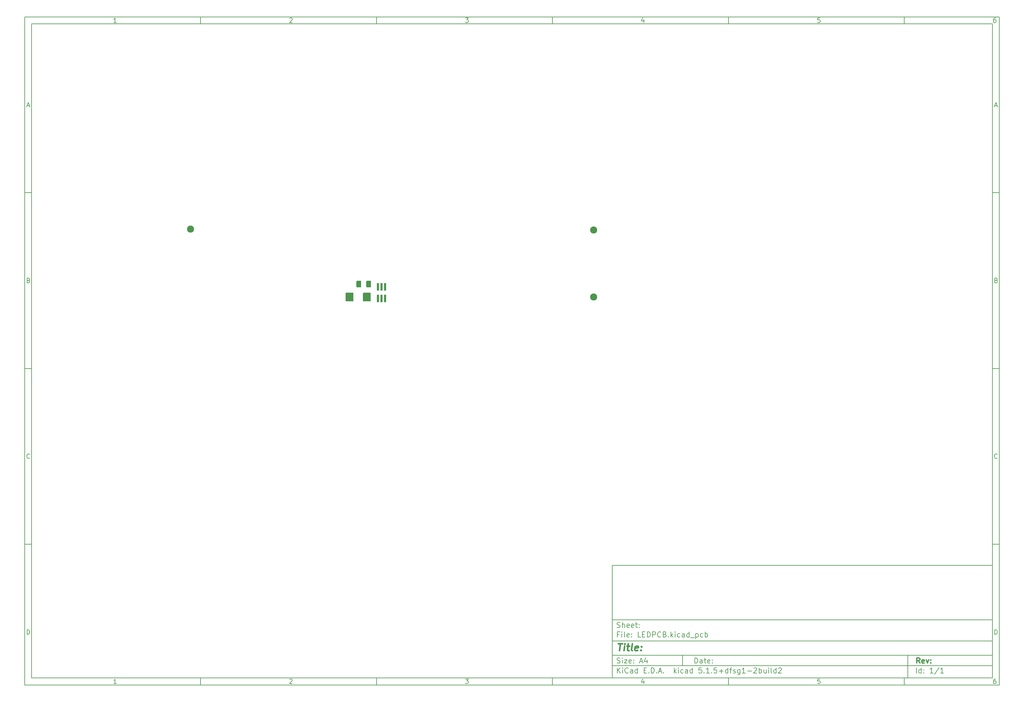
<source format=gbr>
G04 #@! TF.GenerationSoftware,KiCad,Pcbnew,5.1.5+dfsg1-2build2*
G04 #@! TF.CreationDate,2020-12-16T22:25:05+01:00*
G04 #@! TF.ProjectId,LEDPCB,4c454450-4342-42e6-9b69-6361645f7063,rev?*
G04 #@! TF.SameCoordinates,Original*
G04 #@! TF.FileFunction,Soldermask,Bot*
G04 #@! TF.FilePolarity,Negative*
%FSLAX46Y46*%
G04 Gerber Fmt 4.6, Leading zero omitted, Abs format (unit mm)*
G04 Created by KiCad (PCBNEW 5.1.5+dfsg1-2build2) date 2020-12-16 22:25:05*
%MOMM*%
%LPD*%
G04 APERTURE LIST*
%ADD10C,0.100000*%
%ADD11C,0.150000*%
%ADD12C,0.300000*%
%ADD13C,0.400000*%
G04 APERTURE END LIST*
D10*
D11*
X177002200Y-166007200D02*
X177002200Y-198007200D01*
X285002200Y-198007200D01*
X285002200Y-166007200D01*
X177002200Y-166007200D01*
D10*
D11*
X10000000Y-10000000D02*
X10000000Y-200007200D01*
X287002200Y-200007200D01*
X287002200Y-10000000D01*
X10000000Y-10000000D01*
D10*
D11*
X12000000Y-12000000D02*
X12000000Y-198007200D01*
X285002200Y-198007200D01*
X285002200Y-12000000D01*
X12000000Y-12000000D01*
D10*
D11*
X60000000Y-12000000D02*
X60000000Y-10000000D01*
D10*
D11*
X110000000Y-12000000D02*
X110000000Y-10000000D01*
D10*
D11*
X160000000Y-12000000D02*
X160000000Y-10000000D01*
D10*
D11*
X210000000Y-12000000D02*
X210000000Y-10000000D01*
D10*
D11*
X260000000Y-12000000D02*
X260000000Y-10000000D01*
D10*
D11*
X36065476Y-11588095D02*
X35322619Y-11588095D01*
X35694047Y-11588095D02*
X35694047Y-10288095D01*
X35570238Y-10473809D01*
X35446428Y-10597619D01*
X35322619Y-10659523D01*
D10*
D11*
X85322619Y-10411904D02*
X85384523Y-10350000D01*
X85508333Y-10288095D01*
X85817857Y-10288095D01*
X85941666Y-10350000D01*
X86003571Y-10411904D01*
X86065476Y-10535714D01*
X86065476Y-10659523D01*
X86003571Y-10845238D01*
X85260714Y-11588095D01*
X86065476Y-11588095D01*
D10*
D11*
X135260714Y-10288095D02*
X136065476Y-10288095D01*
X135632142Y-10783333D01*
X135817857Y-10783333D01*
X135941666Y-10845238D01*
X136003571Y-10907142D01*
X136065476Y-11030952D01*
X136065476Y-11340476D01*
X136003571Y-11464285D01*
X135941666Y-11526190D01*
X135817857Y-11588095D01*
X135446428Y-11588095D01*
X135322619Y-11526190D01*
X135260714Y-11464285D01*
D10*
D11*
X185941666Y-10721428D02*
X185941666Y-11588095D01*
X185632142Y-10226190D02*
X185322619Y-11154761D01*
X186127380Y-11154761D01*
D10*
D11*
X236003571Y-10288095D02*
X235384523Y-10288095D01*
X235322619Y-10907142D01*
X235384523Y-10845238D01*
X235508333Y-10783333D01*
X235817857Y-10783333D01*
X235941666Y-10845238D01*
X236003571Y-10907142D01*
X236065476Y-11030952D01*
X236065476Y-11340476D01*
X236003571Y-11464285D01*
X235941666Y-11526190D01*
X235817857Y-11588095D01*
X235508333Y-11588095D01*
X235384523Y-11526190D01*
X235322619Y-11464285D01*
D10*
D11*
X285941666Y-10288095D02*
X285694047Y-10288095D01*
X285570238Y-10350000D01*
X285508333Y-10411904D01*
X285384523Y-10597619D01*
X285322619Y-10845238D01*
X285322619Y-11340476D01*
X285384523Y-11464285D01*
X285446428Y-11526190D01*
X285570238Y-11588095D01*
X285817857Y-11588095D01*
X285941666Y-11526190D01*
X286003571Y-11464285D01*
X286065476Y-11340476D01*
X286065476Y-11030952D01*
X286003571Y-10907142D01*
X285941666Y-10845238D01*
X285817857Y-10783333D01*
X285570238Y-10783333D01*
X285446428Y-10845238D01*
X285384523Y-10907142D01*
X285322619Y-11030952D01*
D10*
D11*
X60000000Y-198007200D02*
X60000000Y-200007200D01*
D10*
D11*
X110000000Y-198007200D02*
X110000000Y-200007200D01*
D10*
D11*
X160000000Y-198007200D02*
X160000000Y-200007200D01*
D10*
D11*
X210000000Y-198007200D02*
X210000000Y-200007200D01*
D10*
D11*
X260000000Y-198007200D02*
X260000000Y-200007200D01*
D10*
D11*
X36065476Y-199595295D02*
X35322619Y-199595295D01*
X35694047Y-199595295D02*
X35694047Y-198295295D01*
X35570238Y-198481009D01*
X35446428Y-198604819D01*
X35322619Y-198666723D01*
D10*
D11*
X85322619Y-198419104D02*
X85384523Y-198357200D01*
X85508333Y-198295295D01*
X85817857Y-198295295D01*
X85941666Y-198357200D01*
X86003571Y-198419104D01*
X86065476Y-198542914D01*
X86065476Y-198666723D01*
X86003571Y-198852438D01*
X85260714Y-199595295D01*
X86065476Y-199595295D01*
D10*
D11*
X135260714Y-198295295D02*
X136065476Y-198295295D01*
X135632142Y-198790533D01*
X135817857Y-198790533D01*
X135941666Y-198852438D01*
X136003571Y-198914342D01*
X136065476Y-199038152D01*
X136065476Y-199347676D01*
X136003571Y-199471485D01*
X135941666Y-199533390D01*
X135817857Y-199595295D01*
X135446428Y-199595295D01*
X135322619Y-199533390D01*
X135260714Y-199471485D01*
D10*
D11*
X185941666Y-198728628D02*
X185941666Y-199595295D01*
X185632142Y-198233390D02*
X185322619Y-199161961D01*
X186127380Y-199161961D01*
D10*
D11*
X236003571Y-198295295D02*
X235384523Y-198295295D01*
X235322619Y-198914342D01*
X235384523Y-198852438D01*
X235508333Y-198790533D01*
X235817857Y-198790533D01*
X235941666Y-198852438D01*
X236003571Y-198914342D01*
X236065476Y-199038152D01*
X236065476Y-199347676D01*
X236003571Y-199471485D01*
X235941666Y-199533390D01*
X235817857Y-199595295D01*
X235508333Y-199595295D01*
X235384523Y-199533390D01*
X235322619Y-199471485D01*
D10*
D11*
X285941666Y-198295295D02*
X285694047Y-198295295D01*
X285570238Y-198357200D01*
X285508333Y-198419104D01*
X285384523Y-198604819D01*
X285322619Y-198852438D01*
X285322619Y-199347676D01*
X285384523Y-199471485D01*
X285446428Y-199533390D01*
X285570238Y-199595295D01*
X285817857Y-199595295D01*
X285941666Y-199533390D01*
X286003571Y-199471485D01*
X286065476Y-199347676D01*
X286065476Y-199038152D01*
X286003571Y-198914342D01*
X285941666Y-198852438D01*
X285817857Y-198790533D01*
X285570238Y-198790533D01*
X285446428Y-198852438D01*
X285384523Y-198914342D01*
X285322619Y-199038152D01*
D10*
D11*
X10000000Y-60000000D02*
X12000000Y-60000000D01*
D10*
D11*
X10000000Y-110000000D02*
X12000000Y-110000000D01*
D10*
D11*
X10000000Y-160000000D02*
X12000000Y-160000000D01*
D10*
D11*
X10690476Y-35216666D02*
X11309523Y-35216666D01*
X10566666Y-35588095D02*
X11000000Y-34288095D01*
X11433333Y-35588095D01*
D10*
D11*
X11092857Y-84907142D02*
X11278571Y-84969047D01*
X11340476Y-85030952D01*
X11402380Y-85154761D01*
X11402380Y-85340476D01*
X11340476Y-85464285D01*
X11278571Y-85526190D01*
X11154761Y-85588095D01*
X10659523Y-85588095D01*
X10659523Y-84288095D01*
X11092857Y-84288095D01*
X11216666Y-84350000D01*
X11278571Y-84411904D01*
X11340476Y-84535714D01*
X11340476Y-84659523D01*
X11278571Y-84783333D01*
X11216666Y-84845238D01*
X11092857Y-84907142D01*
X10659523Y-84907142D01*
D10*
D11*
X11402380Y-135464285D02*
X11340476Y-135526190D01*
X11154761Y-135588095D01*
X11030952Y-135588095D01*
X10845238Y-135526190D01*
X10721428Y-135402380D01*
X10659523Y-135278571D01*
X10597619Y-135030952D01*
X10597619Y-134845238D01*
X10659523Y-134597619D01*
X10721428Y-134473809D01*
X10845238Y-134350000D01*
X11030952Y-134288095D01*
X11154761Y-134288095D01*
X11340476Y-134350000D01*
X11402380Y-134411904D01*
D10*
D11*
X10659523Y-185588095D02*
X10659523Y-184288095D01*
X10969047Y-184288095D01*
X11154761Y-184350000D01*
X11278571Y-184473809D01*
X11340476Y-184597619D01*
X11402380Y-184845238D01*
X11402380Y-185030952D01*
X11340476Y-185278571D01*
X11278571Y-185402380D01*
X11154761Y-185526190D01*
X10969047Y-185588095D01*
X10659523Y-185588095D01*
D10*
D11*
X287002200Y-60000000D02*
X285002200Y-60000000D01*
D10*
D11*
X287002200Y-110000000D02*
X285002200Y-110000000D01*
D10*
D11*
X287002200Y-160000000D02*
X285002200Y-160000000D01*
D10*
D11*
X285692676Y-35216666D02*
X286311723Y-35216666D01*
X285568866Y-35588095D02*
X286002200Y-34288095D01*
X286435533Y-35588095D01*
D10*
D11*
X286095057Y-84907142D02*
X286280771Y-84969047D01*
X286342676Y-85030952D01*
X286404580Y-85154761D01*
X286404580Y-85340476D01*
X286342676Y-85464285D01*
X286280771Y-85526190D01*
X286156961Y-85588095D01*
X285661723Y-85588095D01*
X285661723Y-84288095D01*
X286095057Y-84288095D01*
X286218866Y-84350000D01*
X286280771Y-84411904D01*
X286342676Y-84535714D01*
X286342676Y-84659523D01*
X286280771Y-84783333D01*
X286218866Y-84845238D01*
X286095057Y-84907142D01*
X285661723Y-84907142D01*
D10*
D11*
X286404580Y-135464285D02*
X286342676Y-135526190D01*
X286156961Y-135588095D01*
X286033152Y-135588095D01*
X285847438Y-135526190D01*
X285723628Y-135402380D01*
X285661723Y-135278571D01*
X285599819Y-135030952D01*
X285599819Y-134845238D01*
X285661723Y-134597619D01*
X285723628Y-134473809D01*
X285847438Y-134350000D01*
X286033152Y-134288095D01*
X286156961Y-134288095D01*
X286342676Y-134350000D01*
X286404580Y-134411904D01*
D10*
D11*
X285661723Y-185588095D02*
X285661723Y-184288095D01*
X285971247Y-184288095D01*
X286156961Y-184350000D01*
X286280771Y-184473809D01*
X286342676Y-184597619D01*
X286404580Y-184845238D01*
X286404580Y-185030952D01*
X286342676Y-185278571D01*
X286280771Y-185402380D01*
X286156961Y-185526190D01*
X285971247Y-185588095D01*
X285661723Y-185588095D01*
D10*
D11*
X200434342Y-193785771D02*
X200434342Y-192285771D01*
X200791485Y-192285771D01*
X201005771Y-192357200D01*
X201148628Y-192500057D01*
X201220057Y-192642914D01*
X201291485Y-192928628D01*
X201291485Y-193142914D01*
X201220057Y-193428628D01*
X201148628Y-193571485D01*
X201005771Y-193714342D01*
X200791485Y-193785771D01*
X200434342Y-193785771D01*
X202577200Y-193785771D02*
X202577200Y-193000057D01*
X202505771Y-192857200D01*
X202362914Y-192785771D01*
X202077200Y-192785771D01*
X201934342Y-192857200D01*
X202577200Y-193714342D02*
X202434342Y-193785771D01*
X202077200Y-193785771D01*
X201934342Y-193714342D01*
X201862914Y-193571485D01*
X201862914Y-193428628D01*
X201934342Y-193285771D01*
X202077200Y-193214342D01*
X202434342Y-193214342D01*
X202577200Y-193142914D01*
X203077200Y-192785771D02*
X203648628Y-192785771D01*
X203291485Y-192285771D02*
X203291485Y-193571485D01*
X203362914Y-193714342D01*
X203505771Y-193785771D01*
X203648628Y-193785771D01*
X204720057Y-193714342D02*
X204577200Y-193785771D01*
X204291485Y-193785771D01*
X204148628Y-193714342D01*
X204077200Y-193571485D01*
X204077200Y-193000057D01*
X204148628Y-192857200D01*
X204291485Y-192785771D01*
X204577200Y-192785771D01*
X204720057Y-192857200D01*
X204791485Y-193000057D01*
X204791485Y-193142914D01*
X204077200Y-193285771D01*
X205434342Y-193642914D02*
X205505771Y-193714342D01*
X205434342Y-193785771D01*
X205362914Y-193714342D01*
X205434342Y-193642914D01*
X205434342Y-193785771D01*
X205434342Y-192857200D02*
X205505771Y-192928628D01*
X205434342Y-193000057D01*
X205362914Y-192928628D01*
X205434342Y-192857200D01*
X205434342Y-193000057D01*
D10*
D11*
X177002200Y-194507200D02*
X285002200Y-194507200D01*
D10*
D11*
X178434342Y-196585771D02*
X178434342Y-195085771D01*
X179291485Y-196585771D02*
X178648628Y-195728628D01*
X179291485Y-195085771D02*
X178434342Y-195942914D01*
X179934342Y-196585771D02*
X179934342Y-195585771D01*
X179934342Y-195085771D02*
X179862914Y-195157200D01*
X179934342Y-195228628D01*
X180005771Y-195157200D01*
X179934342Y-195085771D01*
X179934342Y-195228628D01*
X181505771Y-196442914D02*
X181434342Y-196514342D01*
X181220057Y-196585771D01*
X181077200Y-196585771D01*
X180862914Y-196514342D01*
X180720057Y-196371485D01*
X180648628Y-196228628D01*
X180577200Y-195942914D01*
X180577200Y-195728628D01*
X180648628Y-195442914D01*
X180720057Y-195300057D01*
X180862914Y-195157200D01*
X181077200Y-195085771D01*
X181220057Y-195085771D01*
X181434342Y-195157200D01*
X181505771Y-195228628D01*
X182791485Y-196585771D02*
X182791485Y-195800057D01*
X182720057Y-195657200D01*
X182577200Y-195585771D01*
X182291485Y-195585771D01*
X182148628Y-195657200D01*
X182791485Y-196514342D02*
X182648628Y-196585771D01*
X182291485Y-196585771D01*
X182148628Y-196514342D01*
X182077200Y-196371485D01*
X182077200Y-196228628D01*
X182148628Y-196085771D01*
X182291485Y-196014342D01*
X182648628Y-196014342D01*
X182791485Y-195942914D01*
X184148628Y-196585771D02*
X184148628Y-195085771D01*
X184148628Y-196514342D02*
X184005771Y-196585771D01*
X183720057Y-196585771D01*
X183577200Y-196514342D01*
X183505771Y-196442914D01*
X183434342Y-196300057D01*
X183434342Y-195871485D01*
X183505771Y-195728628D01*
X183577200Y-195657200D01*
X183720057Y-195585771D01*
X184005771Y-195585771D01*
X184148628Y-195657200D01*
X186005771Y-195800057D02*
X186505771Y-195800057D01*
X186720057Y-196585771D02*
X186005771Y-196585771D01*
X186005771Y-195085771D01*
X186720057Y-195085771D01*
X187362914Y-196442914D02*
X187434342Y-196514342D01*
X187362914Y-196585771D01*
X187291485Y-196514342D01*
X187362914Y-196442914D01*
X187362914Y-196585771D01*
X188077200Y-196585771D02*
X188077200Y-195085771D01*
X188434342Y-195085771D01*
X188648628Y-195157200D01*
X188791485Y-195300057D01*
X188862914Y-195442914D01*
X188934342Y-195728628D01*
X188934342Y-195942914D01*
X188862914Y-196228628D01*
X188791485Y-196371485D01*
X188648628Y-196514342D01*
X188434342Y-196585771D01*
X188077200Y-196585771D01*
X189577200Y-196442914D02*
X189648628Y-196514342D01*
X189577200Y-196585771D01*
X189505771Y-196514342D01*
X189577200Y-196442914D01*
X189577200Y-196585771D01*
X190220057Y-196157200D02*
X190934342Y-196157200D01*
X190077200Y-196585771D02*
X190577200Y-195085771D01*
X191077200Y-196585771D01*
X191577200Y-196442914D02*
X191648628Y-196514342D01*
X191577200Y-196585771D01*
X191505771Y-196514342D01*
X191577200Y-196442914D01*
X191577200Y-196585771D01*
X194577200Y-196585771D02*
X194577200Y-195085771D01*
X194720057Y-196014342D02*
X195148628Y-196585771D01*
X195148628Y-195585771D02*
X194577200Y-196157200D01*
X195791485Y-196585771D02*
X195791485Y-195585771D01*
X195791485Y-195085771D02*
X195720057Y-195157200D01*
X195791485Y-195228628D01*
X195862914Y-195157200D01*
X195791485Y-195085771D01*
X195791485Y-195228628D01*
X197148628Y-196514342D02*
X197005771Y-196585771D01*
X196720057Y-196585771D01*
X196577200Y-196514342D01*
X196505771Y-196442914D01*
X196434342Y-196300057D01*
X196434342Y-195871485D01*
X196505771Y-195728628D01*
X196577200Y-195657200D01*
X196720057Y-195585771D01*
X197005771Y-195585771D01*
X197148628Y-195657200D01*
X198434342Y-196585771D02*
X198434342Y-195800057D01*
X198362914Y-195657200D01*
X198220057Y-195585771D01*
X197934342Y-195585771D01*
X197791485Y-195657200D01*
X198434342Y-196514342D02*
X198291485Y-196585771D01*
X197934342Y-196585771D01*
X197791485Y-196514342D01*
X197720057Y-196371485D01*
X197720057Y-196228628D01*
X197791485Y-196085771D01*
X197934342Y-196014342D01*
X198291485Y-196014342D01*
X198434342Y-195942914D01*
X199791485Y-196585771D02*
X199791485Y-195085771D01*
X199791485Y-196514342D02*
X199648628Y-196585771D01*
X199362914Y-196585771D01*
X199220057Y-196514342D01*
X199148628Y-196442914D01*
X199077200Y-196300057D01*
X199077200Y-195871485D01*
X199148628Y-195728628D01*
X199220057Y-195657200D01*
X199362914Y-195585771D01*
X199648628Y-195585771D01*
X199791485Y-195657200D01*
X202362914Y-195085771D02*
X201648628Y-195085771D01*
X201577200Y-195800057D01*
X201648628Y-195728628D01*
X201791485Y-195657200D01*
X202148628Y-195657200D01*
X202291485Y-195728628D01*
X202362914Y-195800057D01*
X202434342Y-195942914D01*
X202434342Y-196300057D01*
X202362914Y-196442914D01*
X202291485Y-196514342D01*
X202148628Y-196585771D01*
X201791485Y-196585771D01*
X201648628Y-196514342D01*
X201577200Y-196442914D01*
X203077200Y-196442914D02*
X203148628Y-196514342D01*
X203077200Y-196585771D01*
X203005771Y-196514342D01*
X203077200Y-196442914D01*
X203077200Y-196585771D01*
X204577200Y-196585771D02*
X203720057Y-196585771D01*
X204148628Y-196585771D02*
X204148628Y-195085771D01*
X204005771Y-195300057D01*
X203862914Y-195442914D01*
X203720057Y-195514342D01*
X205220057Y-196442914D02*
X205291485Y-196514342D01*
X205220057Y-196585771D01*
X205148628Y-196514342D01*
X205220057Y-196442914D01*
X205220057Y-196585771D01*
X206648628Y-195085771D02*
X205934342Y-195085771D01*
X205862914Y-195800057D01*
X205934342Y-195728628D01*
X206077200Y-195657200D01*
X206434342Y-195657200D01*
X206577200Y-195728628D01*
X206648628Y-195800057D01*
X206720057Y-195942914D01*
X206720057Y-196300057D01*
X206648628Y-196442914D01*
X206577200Y-196514342D01*
X206434342Y-196585771D01*
X206077200Y-196585771D01*
X205934342Y-196514342D01*
X205862914Y-196442914D01*
X207362914Y-196014342D02*
X208505771Y-196014342D01*
X207934342Y-196585771D02*
X207934342Y-195442914D01*
X209862914Y-196585771D02*
X209862914Y-195085771D01*
X209862914Y-196514342D02*
X209720057Y-196585771D01*
X209434342Y-196585771D01*
X209291485Y-196514342D01*
X209220057Y-196442914D01*
X209148628Y-196300057D01*
X209148628Y-195871485D01*
X209220057Y-195728628D01*
X209291485Y-195657200D01*
X209434342Y-195585771D01*
X209720057Y-195585771D01*
X209862914Y-195657200D01*
X210362914Y-195585771D02*
X210934342Y-195585771D01*
X210577200Y-196585771D02*
X210577200Y-195300057D01*
X210648628Y-195157200D01*
X210791485Y-195085771D01*
X210934342Y-195085771D01*
X211362914Y-196514342D02*
X211505771Y-196585771D01*
X211791485Y-196585771D01*
X211934342Y-196514342D01*
X212005771Y-196371485D01*
X212005771Y-196300057D01*
X211934342Y-196157200D01*
X211791485Y-196085771D01*
X211577200Y-196085771D01*
X211434342Y-196014342D01*
X211362914Y-195871485D01*
X211362914Y-195800057D01*
X211434342Y-195657200D01*
X211577200Y-195585771D01*
X211791485Y-195585771D01*
X211934342Y-195657200D01*
X213291485Y-195585771D02*
X213291485Y-196800057D01*
X213220057Y-196942914D01*
X213148628Y-197014342D01*
X213005771Y-197085771D01*
X212791485Y-197085771D01*
X212648628Y-197014342D01*
X213291485Y-196514342D02*
X213148628Y-196585771D01*
X212862914Y-196585771D01*
X212720057Y-196514342D01*
X212648628Y-196442914D01*
X212577200Y-196300057D01*
X212577200Y-195871485D01*
X212648628Y-195728628D01*
X212720057Y-195657200D01*
X212862914Y-195585771D01*
X213148628Y-195585771D01*
X213291485Y-195657200D01*
X214791485Y-196585771D02*
X213934342Y-196585771D01*
X214362914Y-196585771D02*
X214362914Y-195085771D01*
X214220057Y-195300057D01*
X214077200Y-195442914D01*
X213934342Y-195514342D01*
X215434342Y-196014342D02*
X216577200Y-196014342D01*
X217220057Y-195228628D02*
X217291485Y-195157200D01*
X217434342Y-195085771D01*
X217791485Y-195085771D01*
X217934342Y-195157200D01*
X218005771Y-195228628D01*
X218077200Y-195371485D01*
X218077200Y-195514342D01*
X218005771Y-195728628D01*
X217148628Y-196585771D01*
X218077200Y-196585771D01*
X218720057Y-196585771D02*
X218720057Y-195085771D01*
X218720057Y-195657200D02*
X218862914Y-195585771D01*
X219148628Y-195585771D01*
X219291485Y-195657200D01*
X219362914Y-195728628D01*
X219434342Y-195871485D01*
X219434342Y-196300057D01*
X219362914Y-196442914D01*
X219291485Y-196514342D01*
X219148628Y-196585771D01*
X218862914Y-196585771D01*
X218720057Y-196514342D01*
X220720057Y-195585771D02*
X220720057Y-196585771D01*
X220077200Y-195585771D02*
X220077200Y-196371485D01*
X220148628Y-196514342D01*
X220291485Y-196585771D01*
X220505771Y-196585771D01*
X220648628Y-196514342D01*
X220720057Y-196442914D01*
X221434342Y-196585771D02*
X221434342Y-195585771D01*
X221434342Y-195085771D02*
X221362914Y-195157200D01*
X221434342Y-195228628D01*
X221505771Y-195157200D01*
X221434342Y-195085771D01*
X221434342Y-195228628D01*
X222362914Y-196585771D02*
X222220057Y-196514342D01*
X222148628Y-196371485D01*
X222148628Y-195085771D01*
X223577200Y-196585771D02*
X223577200Y-195085771D01*
X223577200Y-196514342D02*
X223434342Y-196585771D01*
X223148628Y-196585771D01*
X223005771Y-196514342D01*
X222934342Y-196442914D01*
X222862914Y-196300057D01*
X222862914Y-195871485D01*
X222934342Y-195728628D01*
X223005771Y-195657200D01*
X223148628Y-195585771D01*
X223434342Y-195585771D01*
X223577200Y-195657200D01*
X224220057Y-195228628D02*
X224291485Y-195157200D01*
X224434342Y-195085771D01*
X224791485Y-195085771D01*
X224934342Y-195157200D01*
X225005771Y-195228628D01*
X225077200Y-195371485D01*
X225077200Y-195514342D01*
X225005771Y-195728628D01*
X224148628Y-196585771D01*
X225077200Y-196585771D01*
D10*
D11*
X177002200Y-191507200D02*
X285002200Y-191507200D01*
D10*
D12*
X264411485Y-193785771D02*
X263911485Y-193071485D01*
X263554342Y-193785771D02*
X263554342Y-192285771D01*
X264125771Y-192285771D01*
X264268628Y-192357200D01*
X264340057Y-192428628D01*
X264411485Y-192571485D01*
X264411485Y-192785771D01*
X264340057Y-192928628D01*
X264268628Y-193000057D01*
X264125771Y-193071485D01*
X263554342Y-193071485D01*
X265625771Y-193714342D02*
X265482914Y-193785771D01*
X265197200Y-193785771D01*
X265054342Y-193714342D01*
X264982914Y-193571485D01*
X264982914Y-193000057D01*
X265054342Y-192857200D01*
X265197200Y-192785771D01*
X265482914Y-192785771D01*
X265625771Y-192857200D01*
X265697200Y-193000057D01*
X265697200Y-193142914D01*
X264982914Y-193285771D01*
X266197200Y-192785771D02*
X266554342Y-193785771D01*
X266911485Y-192785771D01*
X267482914Y-193642914D02*
X267554342Y-193714342D01*
X267482914Y-193785771D01*
X267411485Y-193714342D01*
X267482914Y-193642914D01*
X267482914Y-193785771D01*
X267482914Y-192857200D02*
X267554342Y-192928628D01*
X267482914Y-193000057D01*
X267411485Y-192928628D01*
X267482914Y-192857200D01*
X267482914Y-193000057D01*
D10*
D11*
X178362914Y-193714342D02*
X178577200Y-193785771D01*
X178934342Y-193785771D01*
X179077200Y-193714342D01*
X179148628Y-193642914D01*
X179220057Y-193500057D01*
X179220057Y-193357200D01*
X179148628Y-193214342D01*
X179077200Y-193142914D01*
X178934342Y-193071485D01*
X178648628Y-193000057D01*
X178505771Y-192928628D01*
X178434342Y-192857200D01*
X178362914Y-192714342D01*
X178362914Y-192571485D01*
X178434342Y-192428628D01*
X178505771Y-192357200D01*
X178648628Y-192285771D01*
X179005771Y-192285771D01*
X179220057Y-192357200D01*
X179862914Y-193785771D02*
X179862914Y-192785771D01*
X179862914Y-192285771D02*
X179791485Y-192357200D01*
X179862914Y-192428628D01*
X179934342Y-192357200D01*
X179862914Y-192285771D01*
X179862914Y-192428628D01*
X180434342Y-192785771D02*
X181220057Y-192785771D01*
X180434342Y-193785771D01*
X181220057Y-193785771D01*
X182362914Y-193714342D02*
X182220057Y-193785771D01*
X181934342Y-193785771D01*
X181791485Y-193714342D01*
X181720057Y-193571485D01*
X181720057Y-193000057D01*
X181791485Y-192857200D01*
X181934342Y-192785771D01*
X182220057Y-192785771D01*
X182362914Y-192857200D01*
X182434342Y-193000057D01*
X182434342Y-193142914D01*
X181720057Y-193285771D01*
X183077200Y-193642914D02*
X183148628Y-193714342D01*
X183077200Y-193785771D01*
X183005771Y-193714342D01*
X183077200Y-193642914D01*
X183077200Y-193785771D01*
X183077200Y-192857200D02*
X183148628Y-192928628D01*
X183077200Y-193000057D01*
X183005771Y-192928628D01*
X183077200Y-192857200D01*
X183077200Y-193000057D01*
X184862914Y-193357200D02*
X185577200Y-193357200D01*
X184720057Y-193785771D02*
X185220057Y-192285771D01*
X185720057Y-193785771D01*
X186862914Y-192785771D02*
X186862914Y-193785771D01*
X186505771Y-192214342D02*
X186148628Y-193285771D01*
X187077200Y-193285771D01*
D10*
D11*
X263434342Y-196585771D02*
X263434342Y-195085771D01*
X264791485Y-196585771D02*
X264791485Y-195085771D01*
X264791485Y-196514342D02*
X264648628Y-196585771D01*
X264362914Y-196585771D01*
X264220057Y-196514342D01*
X264148628Y-196442914D01*
X264077200Y-196300057D01*
X264077200Y-195871485D01*
X264148628Y-195728628D01*
X264220057Y-195657200D01*
X264362914Y-195585771D01*
X264648628Y-195585771D01*
X264791485Y-195657200D01*
X265505771Y-196442914D02*
X265577200Y-196514342D01*
X265505771Y-196585771D01*
X265434342Y-196514342D01*
X265505771Y-196442914D01*
X265505771Y-196585771D01*
X265505771Y-195657200D02*
X265577200Y-195728628D01*
X265505771Y-195800057D01*
X265434342Y-195728628D01*
X265505771Y-195657200D01*
X265505771Y-195800057D01*
X268148628Y-196585771D02*
X267291485Y-196585771D01*
X267720057Y-196585771D02*
X267720057Y-195085771D01*
X267577200Y-195300057D01*
X267434342Y-195442914D01*
X267291485Y-195514342D01*
X269862914Y-195014342D02*
X268577200Y-196942914D01*
X271148628Y-196585771D02*
X270291485Y-196585771D01*
X270720057Y-196585771D02*
X270720057Y-195085771D01*
X270577200Y-195300057D01*
X270434342Y-195442914D01*
X270291485Y-195514342D01*
D10*
D11*
X177002200Y-187507200D02*
X285002200Y-187507200D01*
D10*
D13*
X178714580Y-188211961D02*
X179857438Y-188211961D01*
X179036009Y-190211961D02*
X179286009Y-188211961D01*
X180274104Y-190211961D02*
X180440771Y-188878628D01*
X180524104Y-188211961D02*
X180416961Y-188307200D01*
X180500295Y-188402438D01*
X180607438Y-188307200D01*
X180524104Y-188211961D01*
X180500295Y-188402438D01*
X181107438Y-188878628D02*
X181869342Y-188878628D01*
X181476485Y-188211961D02*
X181262200Y-189926247D01*
X181333628Y-190116723D01*
X181512200Y-190211961D01*
X181702676Y-190211961D01*
X182655057Y-190211961D02*
X182476485Y-190116723D01*
X182405057Y-189926247D01*
X182619342Y-188211961D01*
X184190771Y-190116723D02*
X183988390Y-190211961D01*
X183607438Y-190211961D01*
X183428866Y-190116723D01*
X183357438Y-189926247D01*
X183452676Y-189164342D01*
X183571723Y-188973866D01*
X183774104Y-188878628D01*
X184155057Y-188878628D01*
X184333628Y-188973866D01*
X184405057Y-189164342D01*
X184381247Y-189354819D01*
X183405057Y-189545295D01*
X185155057Y-190021485D02*
X185238390Y-190116723D01*
X185131247Y-190211961D01*
X185047914Y-190116723D01*
X185155057Y-190021485D01*
X185131247Y-190211961D01*
X185286009Y-188973866D02*
X185369342Y-189069104D01*
X185262200Y-189164342D01*
X185178866Y-189069104D01*
X185286009Y-188973866D01*
X185262200Y-189164342D01*
D10*
D11*
X178934342Y-185600057D02*
X178434342Y-185600057D01*
X178434342Y-186385771D02*
X178434342Y-184885771D01*
X179148628Y-184885771D01*
X179720057Y-186385771D02*
X179720057Y-185385771D01*
X179720057Y-184885771D02*
X179648628Y-184957200D01*
X179720057Y-185028628D01*
X179791485Y-184957200D01*
X179720057Y-184885771D01*
X179720057Y-185028628D01*
X180648628Y-186385771D02*
X180505771Y-186314342D01*
X180434342Y-186171485D01*
X180434342Y-184885771D01*
X181791485Y-186314342D02*
X181648628Y-186385771D01*
X181362914Y-186385771D01*
X181220057Y-186314342D01*
X181148628Y-186171485D01*
X181148628Y-185600057D01*
X181220057Y-185457200D01*
X181362914Y-185385771D01*
X181648628Y-185385771D01*
X181791485Y-185457200D01*
X181862914Y-185600057D01*
X181862914Y-185742914D01*
X181148628Y-185885771D01*
X182505771Y-186242914D02*
X182577200Y-186314342D01*
X182505771Y-186385771D01*
X182434342Y-186314342D01*
X182505771Y-186242914D01*
X182505771Y-186385771D01*
X182505771Y-185457200D02*
X182577200Y-185528628D01*
X182505771Y-185600057D01*
X182434342Y-185528628D01*
X182505771Y-185457200D01*
X182505771Y-185600057D01*
X185077200Y-186385771D02*
X184362914Y-186385771D01*
X184362914Y-184885771D01*
X185577200Y-185600057D02*
X186077200Y-185600057D01*
X186291485Y-186385771D02*
X185577200Y-186385771D01*
X185577200Y-184885771D01*
X186291485Y-184885771D01*
X186934342Y-186385771D02*
X186934342Y-184885771D01*
X187291485Y-184885771D01*
X187505771Y-184957200D01*
X187648628Y-185100057D01*
X187720057Y-185242914D01*
X187791485Y-185528628D01*
X187791485Y-185742914D01*
X187720057Y-186028628D01*
X187648628Y-186171485D01*
X187505771Y-186314342D01*
X187291485Y-186385771D01*
X186934342Y-186385771D01*
X188434342Y-186385771D02*
X188434342Y-184885771D01*
X189005771Y-184885771D01*
X189148628Y-184957200D01*
X189220057Y-185028628D01*
X189291485Y-185171485D01*
X189291485Y-185385771D01*
X189220057Y-185528628D01*
X189148628Y-185600057D01*
X189005771Y-185671485D01*
X188434342Y-185671485D01*
X190791485Y-186242914D02*
X190720057Y-186314342D01*
X190505771Y-186385771D01*
X190362914Y-186385771D01*
X190148628Y-186314342D01*
X190005771Y-186171485D01*
X189934342Y-186028628D01*
X189862914Y-185742914D01*
X189862914Y-185528628D01*
X189934342Y-185242914D01*
X190005771Y-185100057D01*
X190148628Y-184957200D01*
X190362914Y-184885771D01*
X190505771Y-184885771D01*
X190720057Y-184957200D01*
X190791485Y-185028628D01*
X191934342Y-185600057D02*
X192148628Y-185671485D01*
X192220057Y-185742914D01*
X192291485Y-185885771D01*
X192291485Y-186100057D01*
X192220057Y-186242914D01*
X192148628Y-186314342D01*
X192005771Y-186385771D01*
X191434342Y-186385771D01*
X191434342Y-184885771D01*
X191934342Y-184885771D01*
X192077200Y-184957200D01*
X192148628Y-185028628D01*
X192220057Y-185171485D01*
X192220057Y-185314342D01*
X192148628Y-185457200D01*
X192077200Y-185528628D01*
X191934342Y-185600057D01*
X191434342Y-185600057D01*
X192934342Y-186242914D02*
X193005771Y-186314342D01*
X192934342Y-186385771D01*
X192862914Y-186314342D01*
X192934342Y-186242914D01*
X192934342Y-186385771D01*
X193648628Y-186385771D02*
X193648628Y-184885771D01*
X193791485Y-185814342D02*
X194220057Y-186385771D01*
X194220057Y-185385771D02*
X193648628Y-185957200D01*
X194862914Y-186385771D02*
X194862914Y-185385771D01*
X194862914Y-184885771D02*
X194791485Y-184957200D01*
X194862914Y-185028628D01*
X194934342Y-184957200D01*
X194862914Y-184885771D01*
X194862914Y-185028628D01*
X196220057Y-186314342D02*
X196077200Y-186385771D01*
X195791485Y-186385771D01*
X195648628Y-186314342D01*
X195577200Y-186242914D01*
X195505771Y-186100057D01*
X195505771Y-185671485D01*
X195577200Y-185528628D01*
X195648628Y-185457200D01*
X195791485Y-185385771D01*
X196077200Y-185385771D01*
X196220057Y-185457200D01*
X197505771Y-186385771D02*
X197505771Y-185600057D01*
X197434342Y-185457200D01*
X197291485Y-185385771D01*
X197005771Y-185385771D01*
X196862914Y-185457200D01*
X197505771Y-186314342D02*
X197362914Y-186385771D01*
X197005771Y-186385771D01*
X196862914Y-186314342D01*
X196791485Y-186171485D01*
X196791485Y-186028628D01*
X196862914Y-185885771D01*
X197005771Y-185814342D01*
X197362914Y-185814342D01*
X197505771Y-185742914D01*
X198862914Y-186385771D02*
X198862914Y-184885771D01*
X198862914Y-186314342D02*
X198720057Y-186385771D01*
X198434342Y-186385771D01*
X198291485Y-186314342D01*
X198220057Y-186242914D01*
X198148628Y-186100057D01*
X198148628Y-185671485D01*
X198220057Y-185528628D01*
X198291485Y-185457200D01*
X198434342Y-185385771D01*
X198720057Y-185385771D01*
X198862914Y-185457200D01*
X199220057Y-186528628D02*
X200362914Y-186528628D01*
X200720057Y-185385771D02*
X200720057Y-186885771D01*
X200720057Y-185457200D02*
X200862914Y-185385771D01*
X201148628Y-185385771D01*
X201291485Y-185457200D01*
X201362914Y-185528628D01*
X201434342Y-185671485D01*
X201434342Y-186100057D01*
X201362914Y-186242914D01*
X201291485Y-186314342D01*
X201148628Y-186385771D01*
X200862914Y-186385771D01*
X200720057Y-186314342D01*
X202720057Y-186314342D02*
X202577200Y-186385771D01*
X202291485Y-186385771D01*
X202148628Y-186314342D01*
X202077200Y-186242914D01*
X202005771Y-186100057D01*
X202005771Y-185671485D01*
X202077200Y-185528628D01*
X202148628Y-185457200D01*
X202291485Y-185385771D01*
X202577200Y-185385771D01*
X202720057Y-185457200D01*
X203362914Y-186385771D02*
X203362914Y-184885771D01*
X203362914Y-185457200D02*
X203505771Y-185385771D01*
X203791485Y-185385771D01*
X203934342Y-185457200D01*
X204005771Y-185528628D01*
X204077200Y-185671485D01*
X204077200Y-186100057D01*
X204005771Y-186242914D01*
X203934342Y-186314342D01*
X203791485Y-186385771D01*
X203505771Y-186385771D01*
X203362914Y-186314342D01*
D10*
D11*
X177002200Y-181507200D02*
X285002200Y-181507200D01*
D10*
D11*
X178362914Y-183614342D02*
X178577200Y-183685771D01*
X178934342Y-183685771D01*
X179077200Y-183614342D01*
X179148628Y-183542914D01*
X179220057Y-183400057D01*
X179220057Y-183257200D01*
X179148628Y-183114342D01*
X179077200Y-183042914D01*
X178934342Y-182971485D01*
X178648628Y-182900057D01*
X178505771Y-182828628D01*
X178434342Y-182757200D01*
X178362914Y-182614342D01*
X178362914Y-182471485D01*
X178434342Y-182328628D01*
X178505771Y-182257200D01*
X178648628Y-182185771D01*
X179005771Y-182185771D01*
X179220057Y-182257200D01*
X179862914Y-183685771D02*
X179862914Y-182185771D01*
X180505771Y-183685771D02*
X180505771Y-182900057D01*
X180434342Y-182757200D01*
X180291485Y-182685771D01*
X180077200Y-182685771D01*
X179934342Y-182757200D01*
X179862914Y-182828628D01*
X181791485Y-183614342D02*
X181648628Y-183685771D01*
X181362914Y-183685771D01*
X181220057Y-183614342D01*
X181148628Y-183471485D01*
X181148628Y-182900057D01*
X181220057Y-182757200D01*
X181362914Y-182685771D01*
X181648628Y-182685771D01*
X181791485Y-182757200D01*
X181862914Y-182900057D01*
X181862914Y-183042914D01*
X181148628Y-183185771D01*
X183077200Y-183614342D02*
X182934342Y-183685771D01*
X182648628Y-183685771D01*
X182505771Y-183614342D01*
X182434342Y-183471485D01*
X182434342Y-182900057D01*
X182505771Y-182757200D01*
X182648628Y-182685771D01*
X182934342Y-182685771D01*
X183077200Y-182757200D01*
X183148628Y-182900057D01*
X183148628Y-183042914D01*
X182434342Y-183185771D01*
X183577200Y-182685771D02*
X184148628Y-182685771D01*
X183791485Y-182185771D02*
X183791485Y-183471485D01*
X183862914Y-183614342D01*
X184005771Y-183685771D01*
X184148628Y-183685771D01*
X184648628Y-183542914D02*
X184720057Y-183614342D01*
X184648628Y-183685771D01*
X184577200Y-183614342D01*
X184648628Y-183542914D01*
X184648628Y-183685771D01*
X184648628Y-182757200D02*
X184720057Y-182828628D01*
X184648628Y-182900057D01*
X184577200Y-182828628D01*
X184648628Y-182757200D01*
X184648628Y-182900057D01*
D10*
D11*
X197002200Y-191507200D02*
X197002200Y-194507200D01*
D10*
D11*
X261002200Y-191507200D02*
X261002200Y-198007200D01*
D10*
G36*
X111727500Y-91092000D02*
G01*
X111125500Y-91092000D01*
X111125500Y-88990000D01*
X111727500Y-88990000D01*
X111727500Y-91092000D01*
G37*
G36*
X110727500Y-91092000D02*
G01*
X110125500Y-91092000D01*
X110125500Y-88990000D01*
X110727500Y-88990000D01*
X110727500Y-91092000D01*
G37*
G36*
X112727500Y-91092000D02*
G01*
X112125500Y-91092000D01*
X112125500Y-88990000D01*
X112727500Y-88990000D01*
X112727500Y-91092000D01*
G37*
G36*
X108191132Y-88439810D02*
G01*
X108222423Y-88449302D01*
X108251263Y-88464717D01*
X108276539Y-88485461D01*
X108297283Y-88510737D01*
X108312698Y-88539577D01*
X108322190Y-88570868D01*
X108326000Y-88609551D01*
X108326000Y-90714449D01*
X108322190Y-90753132D01*
X108312698Y-90784423D01*
X108297283Y-90813263D01*
X108276539Y-90838539D01*
X108251263Y-90859283D01*
X108222423Y-90874698D01*
X108191132Y-90884190D01*
X108152449Y-90888000D01*
X106322551Y-90888000D01*
X106283868Y-90884190D01*
X106252577Y-90874698D01*
X106223737Y-90859283D01*
X106198461Y-90838539D01*
X106177717Y-90813263D01*
X106162302Y-90784423D01*
X106152810Y-90753132D01*
X106149000Y-90714449D01*
X106149000Y-88609551D01*
X106152810Y-88570868D01*
X106162302Y-88539577D01*
X106177717Y-88510737D01*
X106198461Y-88485461D01*
X106223737Y-88464717D01*
X106252577Y-88449302D01*
X106283868Y-88439810D01*
X106322551Y-88436000D01*
X108152449Y-88436000D01*
X108191132Y-88439810D01*
G37*
G36*
X103266132Y-88439810D02*
G01*
X103297423Y-88449302D01*
X103326263Y-88464717D01*
X103351539Y-88485461D01*
X103372283Y-88510737D01*
X103387698Y-88539577D01*
X103397190Y-88570868D01*
X103401000Y-88609551D01*
X103401000Y-90714449D01*
X103397190Y-90753132D01*
X103387698Y-90784423D01*
X103372283Y-90813263D01*
X103351539Y-90838539D01*
X103326263Y-90859283D01*
X103297423Y-90874698D01*
X103266132Y-90884190D01*
X103227449Y-90888000D01*
X101397551Y-90888000D01*
X101358868Y-90884190D01*
X101327577Y-90874698D01*
X101298737Y-90859283D01*
X101273461Y-90838539D01*
X101252717Y-90813263D01*
X101237302Y-90784423D01*
X101227810Y-90753132D01*
X101224000Y-90714449D01*
X101224000Y-88609551D01*
X101227810Y-88570868D01*
X101237302Y-88539577D01*
X101252717Y-88510737D01*
X101273461Y-88485461D01*
X101298737Y-88464717D01*
X101327577Y-88449302D01*
X101358868Y-88439810D01*
X101397551Y-88436000D01*
X103227449Y-88436000D01*
X103266132Y-88439810D01*
G37*
G36*
X171931290Y-88687619D02*
G01*
X171995689Y-88700429D01*
X172177678Y-88775811D01*
X172341463Y-88885249D01*
X172480751Y-89024537D01*
X172590189Y-89188322D01*
X172665571Y-89370311D01*
X172704000Y-89563509D01*
X172704000Y-89760491D01*
X172665571Y-89953689D01*
X172590189Y-90135678D01*
X172480751Y-90299463D01*
X172341463Y-90438751D01*
X172177678Y-90548189D01*
X171995689Y-90623571D01*
X171984930Y-90625711D01*
X171802493Y-90662000D01*
X171605507Y-90662000D01*
X171423070Y-90625711D01*
X171412311Y-90623571D01*
X171230322Y-90548189D01*
X171066537Y-90438751D01*
X170927249Y-90299463D01*
X170817811Y-90135678D01*
X170742429Y-89953689D01*
X170704000Y-89760491D01*
X170704000Y-89563509D01*
X170742429Y-89370311D01*
X170817811Y-89188322D01*
X170927249Y-89024537D01*
X171066537Y-88885249D01*
X171230322Y-88775811D01*
X171412311Y-88700429D01*
X171476710Y-88687619D01*
X171605507Y-88662000D01*
X171802493Y-88662000D01*
X171931290Y-88687619D01*
G37*
G36*
X110727500Y-87792000D02*
G01*
X110125500Y-87792000D01*
X110125500Y-85690000D01*
X110727500Y-85690000D01*
X110727500Y-87792000D01*
G37*
G36*
X111727500Y-87792000D02*
G01*
X111125500Y-87792000D01*
X111125500Y-85690000D01*
X111727500Y-85690000D01*
X111727500Y-87792000D01*
G37*
G36*
X112727500Y-87792000D02*
G01*
X112125500Y-87792000D01*
X112125500Y-85690000D01*
X112727500Y-85690000D01*
X112727500Y-87792000D01*
G37*
G36*
X108281104Y-85057347D02*
G01*
X108317644Y-85068432D01*
X108351321Y-85086433D01*
X108380841Y-85110659D01*
X108405067Y-85140179D01*
X108423068Y-85173856D01*
X108434153Y-85210396D01*
X108438500Y-85254538D01*
X108438500Y-86703462D01*
X108434153Y-86747604D01*
X108423068Y-86784144D01*
X108405067Y-86817821D01*
X108380841Y-86847341D01*
X108351321Y-86871567D01*
X108317644Y-86889568D01*
X108281104Y-86900653D01*
X108236962Y-86905000D01*
X107288038Y-86905000D01*
X107243896Y-86900653D01*
X107207356Y-86889568D01*
X107173679Y-86871567D01*
X107144159Y-86847341D01*
X107119933Y-86817821D01*
X107101932Y-86784144D01*
X107090847Y-86747604D01*
X107086500Y-86703462D01*
X107086500Y-85254538D01*
X107090847Y-85210396D01*
X107101932Y-85173856D01*
X107119933Y-85140179D01*
X107144159Y-85110659D01*
X107173679Y-85086433D01*
X107207356Y-85068432D01*
X107243896Y-85057347D01*
X107288038Y-85053000D01*
X108236962Y-85053000D01*
X108281104Y-85057347D01*
G37*
G36*
X105481104Y-85057347D02*
G01*
X105517644Y-85068432D01*
X105551321Y-85086433D01*
X105580841Y-85110659D01*
X105605067Y-85140179D01*
X105623068Y-85173856D01*
X105634153Y-85210396D01*
X105638500Y-85254538D01*
X105638500Y-86703462D01*
X105634153Y-86747604D01*
X105623068Y-86784144D01*
X105605067Y-86817821D01*
X105580841Y-86847341D01*
X105551321Y-86871567D01*
X105517644Y-86889568D01*
X105481104Y-86900653D01*
X105436962Y-86905000D01*
X104488038Y-86905000D01*
X104443896Y-86900653D01*
X104407356Y-86889568D01*
X104373679Y-86871567D01*
X104344159Y-86847341D01*
X104319933Y-86817821D01*
X104301932Y-86784144D01*
X104290847Y-86747604D01*
X104286500Y-86703462D01*
X104286500Y-85254538D01*
X104290847Y-85210396D01*
X104301932Y-85173856D01*
X104319933Y-85140179D01*
X104344159Y-85110659D01*
X104373679Y-85086433D01*
X104407356Y-85068432D01*
X104443896Y-85057347D01*
X104488038Y-85053000D01*
X105436962Y-85053000D01*
X105481104Y-85057347D01*
G37*
G36*
X171931290Y-69637619D02*
G01*
X171995689Y-69650429D01*
X172177678Y-69725811D01*
X172341463Y-69835249D01*
X172480751Y-69974537D01*
X172590189Y-70138322D01*
X172665571Y-70320311D01*
X172704000Y-70513509D01*
X172704000Y-70710491D01*
X172665571Y-70903689D01*
X172590189Y-71085678D01*
X172480751Y-71249463D01*
X172341463Y-71388751D01*
X172177678Y-71498189D01*
X171995689Y-71573571D01*
X171931290Y-71586381D01*
X171802493Y-71612000D01*
X171605507Y-71612000D01*
X171476710Y-71586381D01*
X171412311Y-71573571D01*
X171230322Y-71498189D01*
X171066537Y-71388751D01*
X170927249Y-71249463D01*
X170817811Y-71085678D01*
X170742429Y-70903689D01*
X170704000Y-70710491D01*
X170704000Y-70513509D01*
X170742429Y-70320311D01*
X170817811Y-70138322D01*
X170927249Y-69974537D01*
X171066537Y-69835249D01*
X171230322Y-69725811D01*
X171412311Y-69650429D01*
X171476710Y-69637619D01*
X171605507Y-69612000D01*
X171802493Y-69612000D01*
X171931290Y-69637619D01*
G37*
G36*
X57377290Y-69383619D02*
G01*
X57441689Y-69396429D01*
X57623678Y-69471811D01*
X57787463Y-69581249D01*
X57926751Y-69720537D01*
X58036189Y-69884322D01*
X58111571Y-70066311D01*
X58150000Y-70259509D01*
X58150000Y-70456491D01*
X58111571Y-70649689D01*
X58036189Y-70831678D01*
X57926751Y-70995463D01*
X57787463Y-71134751D01*
X57623678Y-71244189D01*
X57441689Y-71319571D01*
X57377290Y-71332381D01*
X57248493Y-71358000D01*
X57051507Y-71358000D01*
X56922710Y-71332381D01*
X56858311Y-71319571D01*
X56676322Y-71244189D01*
X56512537Y-71134751D01*
X56373249Y-70995463D01*
X56263811Y-70831678D01*
X56188429Y-70649689D01*
X56150000Y-70456491D01*
X56150000Y-70259509D01*
X56188429Y-70066311D01*
X56263811Y-69884322D01*
X56373249Y-69720537D01*
X56512537Y-69581249D01*
X56676322Y-69471811D01*
X56858311Y-69396429D01*
X56922710Y-69383619D01*
X57051507Y-69358000D01*
X57248493Y-69358000D01*
X57377290Y-69383619D01*
G37*
M02*

</source>
